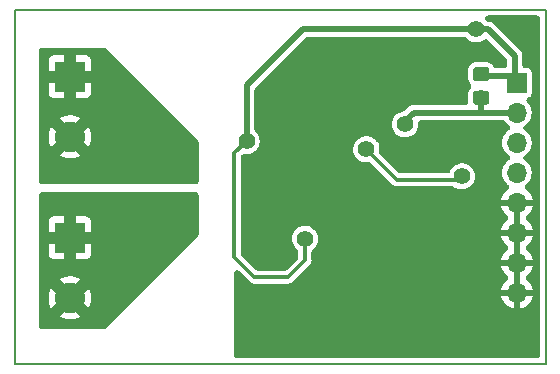
<source format=gbl>
G04 #@! TF.GenerationSoftware,KiCad,Pcbnew,(6.0.6)*
G04 #@! TF.CreationDate,2023-11-23T12:30:35+01:00*
G04 #@! TF.ProjectId,current-sensor-acs712,63757272-656e-4742-9d73-656e736f722d,rev?*
G04 #@! TF.SameCoordinates,Original*
G04 #@! TF.FileFunction,Copper,L2,Bot*
G04 #@! TF.FilePolarity,Positive*
%FSLAX46Y46*%
G04 Gerber Fmt 4.6, Leading zero omitted, Abs format (unit mm)*
G04 Created by KiCad (PCBNEW (6.0.6)) date 2023-11-23 12:30:35*
%MOMM*%
%LPD*%
G01*
G04 APERTURE LIST*
G04 #@! TA.AperFunction,NonConductor*
%ADD10C,0.200000*%
G04 #@! TD*
G04 #@! TA.AperFunction,ComponentPad*
%ADD11R,2.600000X2.600000*%
G04 #@! TD*
G04 #@! TA.AperFunction,ComponentPad*
%ADD12C,2.600000*%
G04 #@! TD*
G04 #@! TA.AperFunction,ComponentPad*
%ADD13R,1.700000X1.700000*%
G04 #@! TD*
G04 #@! TA.AperFunction,ComponentPad*
%ADD14O,1.700000X1.700000*%
G04 #@! TD*
G04 #@! TA.AperFunction,ViaPad*
%ADD15C,1.400000*%
G04 #@! TD*
G04 #@! TA.AperFunction,Conductor*
%ADD16C,0.500000*%
G04 #@! TD*
G04 #@! TA.AperFunction,Conductor*
%ADD17C,0.300000*%
G04 #@! TD*
G04 APERTURE END LIST*
D10*
X72510000Y-41080000D02*
X117510000Y-41080000D01*
X72510000Y-71080000D02*
X72510000Y-41080000D01*
X117510000Y-71080000D02*
X72510000Y-71080000D01*
X117510000Y-41080000D02*
X117510000Y-71080000D01*
D11*
X77200000Y-60400000D03*
D12*
X77200000Y-65480000D03*
D13*
X115040000Y-47280000D03*
D14*
X115040000Y-49820000D03*
X115040000Y-52360000D03*
X115040000Y-54900000D03*
X115040000Y-57440000D03*
X115040000Y-59980000D03*
X115040000Y-62520000D03*
X115040000Y-65060000D03*
D11*
X77200000Y-46760000D03*
D12*
X77200000Y-51840000D03*
G04 #@! TA.AperFunction,SMDPad,CuDef*
G36*
G01*
X112470000Y-49150000D02*
X111570000Y-49150000D01*
G75*
G02*
X111320000Y-48900000I0J250000D01*
G01*
X111320000Y-48200000D01*
G75*
G02*
X111570000Y-47950000I250000J0D01*
G01*
X112470000Y-47950000D01*
G75*
G02*
X112720000Y-48200000I0J-250000D01*
G01*
X112720000Y-48900000D01*
G75*
G02*
X112470000Y-49150000I-250000J0D01*
G01*
G37*
G04 #@! TD.AperFunction*
G04 #@! TA.AperFunction,SMDPad,CuDef*
G36*
G01*
X112470000Y-47150000D02*
X111570000Y-47150000D01*
G75*
G02*
X111320000Y-46900000I0J250000D01*
G01*
X111320000Y-46200000D01*
G75*
G02*
X111570000Y-45950000I250000J0D01*
G01*
X112470000Y-45950000D01*
G75*
G02*
X112720000Y-46200000I0J-250000D01*
G01*
X112720000Y-46900000D01*
G75*
G02*
X112470000Y-47150000I-250000J0D01*
G01*
G37*
G04 #@! TD.AperFunction*
D15*
X92162500Y-52200000D03*
X97100000Y-60500000D03*
X111610000Y-42750000D03*
X107575000Y-52900000D03*
X100650000Y-60900000D03*
X94250000Y-52175000D03*
X100250000Y-50825000D03*
X92525000Y-60575000D03*
X97100000Y-56600000D03*
X112020000Y-48550000D03*
X105562500Y-50800000D03*
X83790000Y-54830000D03*
X83780000Y-51630000D03*
X83780000Y-53230000D03*
X83790000Y-57550000D03*
X83790000Y-59150000D03*
X83790000Y-60750000D03*
X110400000Y-55200000D03*
X102300000Y-52900000D03*
D16*
X114250000Y-46700000D02*
X114850000Y-47300000D01*
D17*
X91100000Y-62000000D02*
X91100000Y-53262500D01*
D16*
X92162500Y-52200000D02*
X92162500Y-47507500D01*
D17*
X97100000Y-62325000D02*
X95700000Y-63725000D01*
D16*
X112510000Y-46700000D02*
X114250000Y-46700000D01*
D17*
X97100000Y-60500000D02*
X97100000Y-62325000D01*
D16*
X92162500Y-47507500D02*
X96920000Y-42750000D01*
D17*
X91100000Y-53262500D02*
X92162500Y-52200000D01*
X92825000Y-63725000D02*
X91100000Y-62000000D01*
D16*
X114850000Y-44980000D02*
X114850000Y-47650000D01*
X112020000Y-46210000D02*
X112510000Y-46700000D01*
D17*
X95700000Y-63725000D02*
X92825000Y-63725000D01*
D16*
X112620000Y-42750000D02*
X114850000Y-44980000D01*
X96920000Y-42750000D02*
X111610000Y-42750000D01*
X111610000Y-42750000D02*
X112620000Y-42750000D01*
X115160000Y-49800000D02*
X112100000Y-49800000D01*
X105562500Y-50537500D02*
X105562500Y-50800000D01*
X112100000Y-49800000D02*
X106300000Y-49800000D01*
X112020000Y-48550000D02*
X112020000Y-49720000D01*
X112020000Y-49720000D02*
X112100000Y-49800000D01*
X106300000Y-49800000D02*
X105562500Y-50537500D01*
D17*
X102300000Y-52900000D02*
X104900000Y-55500000D01*
X110100000Y-55500000D02*
X110400000Y-55200000D01*
X104900000Y-55500000D02*
X110100000Y-55500000D01*
G04 #@! TA.AperFunction,Conductor*
G36*
X87938819Y-56539258D02*
G01*
X88020898Y-56594102D01*
X88075742Y-56676181D01*
X88095000Y-56773000D01*
X88095000Y-60105204D01*
X88075742Y-60202023D01*
X88020898Y-60284102D01*
X80269102Y-68035898D01*
X80187023Y-68090742D01*
X80090204Y-68110000D01*
X74848000Y-68110000D01*
X74751181Y-68090742D01*
X74669102Y-68035898D01*
X74614258Y-67953819D01*
X74595000Y-67857000D01*
X74595000Y-67066398D01*
X76337869Y-67066398D01*
X76338859Y-67067880D01*
X76348908Y-67075282D01*
X76468737Y-67138326D01*
X76485896Y-67145787D01*
X76721889Y-67228199D01*
X76739960Y-67233041D01*
X76985526Y-67279663D01*
X77004141Y-67281784D01*
X77253892Y-67291597D01*
X77272611Y-67290944D01*
X77521079Y-67263731D01*
X77539475Y-67260322D01*
X77781209Y-67196679D01*
X77798899Y-67190587D01*
X78028553Y-67091921D01*
X78045171Y-67083270D01*
X78048491Y-67081215D01*
X78063990Y-67066762D01*
X78061777Y-67060842D01*
X78059326Y-67057747D01*
X77217618Y-66216038D01*
X77200000Y-66204266D01*
X77182381Y-66216039D01*
X76349642Y-67048779D01*
X76337869Y-67066398D01*
X74595000Y-67066398D01*
X74595000Y-65441909D01*
X75388001Y-65441909D01*
X75399994Y-65691590D01*
X75402274Y-65710155D01*
X75451040Y-65955318D01*
X75456043Y-65973357D01*
X75540507Y-66208610D01*
X75548121Y-66225711D01*
X75601948Y-66325888D01*
X75615426Y-66342238D01*
X75617678Y-66341550D01*
X75626839Y-66334740D01*
X76463962Y-65497618D01*
X76475734Y-65480000D01*
X77924266Y-65480000D01*
X77936039Y-65497619D01*
X78771896Y-66333475D01*
X78789515Y-66345248D01*
X78794193Y-66342122D01*
X78797217Y-66336552D01*
X78899871Y-66108668D01*
X78906277Y-66091069D01*
X78974125Y-65850500D01*
X78977856Y-65832157D01*
X79009783Y-65581197D01*
X79010751Y-65568532D01*
X79012904Y-65486350D01*
X79012599Y-65473665D01*
X78993851Y-65221380D01*
X78991081Y-65202847D01*
X78935919Y-64959066D01*
X78930445Y-64941162D01*
X78839855Y-64708209D01*
X78831788Y-64691297D01*
X78798814Y-64633604D01*
X78784913Y-64617612D01*
X78781065Y-64618899D01*
X78774529Y-64623892D01*
X77936038Y-65462382D01*
X77924266Y-65480000D01*
X76475734Y-65480000D01*
X76463961Y-65462381D01*
X75630078Y-64628499D01*
X75612459Y-64616726D01*
X75607673Y-64619924D01*
X75604576Y-64623871D01*
X75589415Y-64648855D01*
X75580912Y-64665541D01*
X75484254Y-64896044D01*
X75478312Y-64913804D01*
X75416785Y-65156068D01*
X75413534Y-65174504D01*
X75388491Y-65423203D01*
X75388001Y-65441909D01*
X74595000Y-65441909D01*
X74595000Y-63892244D01*
X76334960Y-63892244D01*
X76344840Y-63906419D01*
X77182382Y-64743962D01*
X77200000Y-64755734D01*
X77217619Y-64743961D01*
X78051397Y-63910182D01*
X78063170Y-63892563D01*
X78063129Y-63892502D01*
X78050408Y-63883387D01*
X77887611Y-63803105D01*
X77870245Y-63796088D01*
X77632200Y-63719889D01*
X77613981Y-63715515D01*
X77367280Y-63675337D01*
X77348635Y-63673706D01*
X77098703Y-63670435D01*
X77080014Y-63671578D01*
X76832342Y-63705284D01*
X76814035Y-63709175D01*
X76574059Y-63779122D01*
X76556528Y-63785677D01*
X76351620Y-63880139D01*
X76334960Y-63892244D01*
X74595000Y-63892244D01*
X74595000Y-61741245D01*
X75392001Y-61741245D01*
X75392740Y-61754888D01*
X75397035Y-61794436D01*
X75404318Y-61825064D01*
X75443501Y-61929585D01*
X75460637Y-61960885D01*
X75526285Y-62048479D01*
X75551521Y-62073715D01*
X75639115Y-62139363D01*
X75670415Y-62156499D01*
X75774936Y-62195682D01*
X75805566Y-62202966D01*
X75845095Y-62207260D01*
X75858764Y-62208000D01*
X76667082Y-62208000D01*
X76687866Y-62203866D01*
X76692000Y-62183082D01*
X76692000Y-62183081D01*
X77708000Y-62183081D01*
X77712134Y-62203865D01*
X77732918Y-62207999D01*
X78541245Y-62207999D01*
X78554888Y-62207260D01*
X78594436Y-62202965D01*
X78625064Y-62195682D01*
X78729585Y-62156499D01*
X78760885Y-62139363D01*
X78848479Y-62073715D01*
X78873715Y-62048479D01*
X78939363Y-61960885D01*
X78956499Y-61929585D01*
X78995682Y-61825064D01*
X79002966Y-61794434D01*
X79007260Y-61754905D01*
X79008000Y-61741236D01*
X79008000Y-60932918D01*
X79003866Y-60912134D01*
X78983082Y-60908000D01*
X77732918Y-60908000D01*
X77712134Y-60912134D01*
X77708000Y-60932918D01*
X77708000Y-62183081D01*
X76692000Y-62183081D01*
X76692000Y-60932918D01*
X76687866Y-60912134D01*
X76667082Y-60908000D01*
X75416919Y-60908000D01*
X75396135Y-60912134D01*
X75392001Y-60932918D01*
X75392001Y-61741245D01*
X74595000Y-61741245D01*
X74595000Y-59867082D01*
X75392000Y-59867082D01*
X75396134Y-59887866D01*
X75416918Y-59892000D01*
X76667082Y-59892000D01*
X76687866Y-59887866D01*
X76692000Y-59867082D01*
X77708000Y-59867082D01*
X77712134Y-59887866D01*
X77732918Y-59892000D01*
X78983081Y-59892000D01*
X79003865Y-59887866D01*
X79007999Y-59867082D01*
X79007999Y-59058755D01*
X79007260Y-59045112D01*
X79002965Y-59005564D01*
X78995682Y-58974936D01*
X78956499Y-58870415D01*
X78939363Y-58839115D01*
X78873715Y-58751521D01*
X78848479Y-58726285D01*
X78760885Y-58660637D01*
X78729585Y-58643501D01*
X78625064Y-58604318D01*
X78594434Y-58597034D01*
X78554905Y-58592740D01*
X78541236Y-58592000D01*
X77732918Y-58592000D01*
X77712134Y-58596134D01*
X77708000Y-58616918D01*
X77708000Y-59867082D01*
X76692000Y-59867082D01*
X76692000Y-58616919D01*
X76687866Y-58596135D01*
X76667082Y-58592001D01*
X75858755Y-58592001D01*
X75845112Y-58592740D01*
X75805564Y-58597035D01*
X75774936Y-58604318D01*
X75670415Y-58643501D01*
X75639115Y-58660637D01*
X75551521Y-58726285D01*
X75526285Y-58751521D01*
X75460637Y-58839115D01*
X75443501Y-58870415D01*
X75404318Y-58974936D01*
X75397034Y-59005566D01*
X75392740Y-59045095D01*
X75392000Y-59058764D01*
X75392000Y-59867082D01*
X74595000Y-59867082D01*
X74595000Y-56773000D01*
X74614258Y-56676181D01*
X74669102Y-56594102D01*
X74751181Y-56539258D01*
X74848000Y-56520000D01*
X87842000Y-56520000D01*
X87938819Y-56539258D01*
G37*
G04 #@! TD.AperFunction*
G04 #@! TA.AperFunction,Conductor*
G36*
X80192023Y-44319258D02*
G01*
X80274102Y-44374102D01*
X88025898Y-52125898D01*
X88080742Y-52207977D01*
X88100000Y-52304796D01*
X88100000Y-55607000D01*
X88080742Y-55703819D01*
X88025898Y-55785898D01*
X87943819Y-55840742D01*
X87847000Y-55860000D01*
X74853000Y-55860000D01*
X74756181Y-55840742D01*
X74674102Y-55785898D01*
X74619258Y-55703819D01*
X74600000Y-55607000D01*
X74600000Y-53426398D01*
X76337869Y-53426398D01*
X76338859Y-53427880D01*
X76348908Y-53435282D01*
X76468737Y-53498326D01*
X76485896Y-53505787D01*
X76721889Y-53588199D01*
X76739960Y-53593041D01*
X76985526Y-53639663D01*
X77004141Y-53641784D01*
X77253892Y-53651597D01*
X77272611Y-53650944D01*
X77521079Y-53623731D01*
X77539475Y-53620322D01*
X77781209Y-53556679D01*
X77798899Y-53550587D01*
X78028553Y-53451921D01*
X78045171Y-53443270D01*
X78048491Y-53441215D01*
X78063990Y-53426762D01*
X78061777Y-53420842D01*
X78059326Y-53417747D01*
X77217618Y-52576038D01*
X77200000Y-52564266D01*
X77182381Y-52576039D01*
X76349642Y-53408779D01*
X76337869Y-53426398D01*
X74600000Y-53426398D01*
X74600000Y-51801909D01*
X75388001Y-51801909D01*
X75399994Y-52051590D01*
X75402274Y-52070155D01*
X75451040Y-52315318D01*
X75456043Y-52333357D01*
X75540507Y-52568610D01*
X75548121Y-52585711D01*
X75601948Y-52685888D01*
X75615426Y-52702238D01*
X75617678Y-52701550D01*
X75626839Y-52694740D01*
X76463962Y-51857618D01*
X76475734Y-51840000D01*
X77924266Y-51840000D01*
X77936039Y-51857619D01*
X78771896Y-52693475D01*
X78789515Y-52705248D01*
X78794193Y-52702122D01*
X78797217Y-52696552D01*
X78899871Y-52468668D01*
X78906277Y-52451069D01*
X78974125Y-52210500D01*
X78977856Y-52192157D01*
X79009783Y-51941197D01*
X79010751Y-51928532D01*
X79012904Y-51846350D01*
X79012599Y-51833665D01*
X78993851Y-51581380D01*
X78991081Y-51562847D01*
X78935919Y-51319066D01*
X78930445Y-51301162D01*
X78839855Y-51068209D01*
X78831788Y-51051297D01*
X78798814Y-50993604D01*
X78784913Y-50977612D01*
X78781065Y-50978899D01*
X78774529Y-50983892D01*
X77936038Y-51822382D01*
X77924266Y-51840000D01*
X76475734Y-51840000D01*
X76463961Y-51822381D01*
X75630078Y-50988499D01*
X75612459Y-50976726D01*
X75607673Y-50979924D01*
X75604576Y-50983871D01*
X75589415Y-51008855D01*
X75580912Y-51025541D01*
X75484254Y-51256044D01*
X75478312Y-51273804D01*
X75416785Y-51516068D01*
X75413534Y-51534504D01*
X75388491Y-51783203D01*
X75388001Y-51801909D01*
X74600000Y-51801909D01*
X74600000Y-50252244D01*
X76334960Y-50252244D01*
X76344840Y-50266419D01*
X77182382Y-51103962D01*
X77200000Y-51115734D01*
X77217619Y-51103961D01*
X78051397Y-50270182D01*
X78063170Y-50252563D01*
X78063129Y-50252502D01*
X78050408Y-50243387D01*
X77887611Y-50163105D01*
X77870245Y-50156088D01*
X77632200Y-50079889D01*
X77613981Y-50075515D01*
X77367280Y-50035337D01*
X77348635Y-50033706D01*
X77098703Y-50030435D01*
X77080014Y-50031578D01*
X76832342Y-50065284D01*
X76814035Y-50069175D01*
X76574059Y-50139122D01*
X76556528Y-50145677D01*
X76351620Y-50240139D01*
X76334960Y-50252244D01*
X74600000Y-50252244D01*
X74600000Y-48101245D01*
X75392001Y-48101245D01*
X75392740Y-48114888D01*
X75397035Y-48154436D01*
X75404318Y-48185064D01*
X75443501Y-48289585D01*
X75460637Y-48320885D01*
X75526285Y-48408479D01*
X75551521Y-48433715D01*
X75639115Y-48499363D01*
X75670415Y-48516499D01*
X75774936Y-48555682D01*
X75805566Y-48562966D01*
X75845095Y-48567260D01*
X75858764Y-48568000D01*
X76667082Y-48568000D01*
X76687866Y-48563866D01*
X76692000Y-48543082D01*
X76692000Y-48543081D01*
X77708000Y-48543081D01*
X77712134Y-48563865D01*
X77732918Y-48567999D01*
X78541245Y-48567999D01*
X78554888Y-48567260D01*
X78594436Y-48562965D01*
X78625064Y-48555682D01*
X78729585Y-48516499D01*
X78760885Y-48499363D01*
X78848479Y-48433715D01*
X78873715Y-48408479D01*
X78939363Y-48320885D01*
X78956499Y-48289585D01*
X78995682Y-48185064D01*
X79002966Y-48154434D01*
X79007260Y-48114905D01*
X79008000Y-48101236D01*
X79008000Y-47292918D01*
X79003866Y-47272134D01*
X78983082Y-47268000D01*
X77732918Y-47268000D01*
X77712134Y-47272134D01*
X77708000Y-47292918D01*
X77708000Y-48543081D01*
X76692000Y-48543081D01*
X76692000Y-47292918D01*
X76687866Y-47272134D01*
X76667082Y-47268000D01*
X75416919Y-47268000D01*
X75396135Y-47272134D01*
X75392001Y-47292918D01*
X75392001Y-48101245D01*
X74600000Y-48101245D01*
X74600000Y-46227082D01*
X75392000Y-46227082D01*
X75396134Y-46247866D01*
X75416918Y-46252000D01*
X76667082Y-46252000D01*
X76687866Y-46247866D01*
X76692000Y-46227082D01*
X77708000Y-46227082D01*
X77712134Y-46247866D01*
X77732918Y-46252000D01*
X78983081Y-46252000D01*
X79003865Y-46247866D01*
X79007999Y-46227082D01*
X79007999Y-45418755D01*
X79007260Y-45405112D01*
X79002965Y-45365564D01*
X78995682Y-45334936D01*
X78956499Y-45230415D01*
X78939363Y-45199115D01*
X78873715Y-45111521D01*
X78848479Y-45086285D01*
X78760885Y-45020637D01*
X78729585Y-45003501D01*
X78625064Y-44964318D01*
X78594434Y-44957034D01*
X78554905Y-44952740D01*
X78541236Y-44952000D01*
X77732918Y-44952000D01*
X77712134Y-44956134D01*
X77708000Y-44976918D01*
X77708000Y-46227082D01*
X76692000Y-46227082D01*
X76692000Y-44976919D01*
X76687866Y-44956135D01*
X76667082Y-44952001D01*
X75858755Y-44952001D01*
X75845112Y-44952740D01*
X75805564Y-44957035D01*
X75774936Y-44964318D01*
X75670415Y-45003501D01*
X75639115Y-45020637D01*
X75551521Y-45086285D01*
X75526285Y-45111521D01*
X75460637Y-45199115D01*
X75443501Y-45230415D01*
X75404318Y-45334936D01*
X75397034Y-45365566D01*
X75392740Y-45405095D01*
X75392000Y-45418764D01*
X75392000Y-46227082D01*
X74600000Y-46227082D01*
X74600000Y-44553000D01*
X74619258Y-44456181D01*
X74674102Y-44374102D01*
X74756181Y-44319258D01*
X74853000Y-44300000D01*
X80095204Y-44300000D01*
X80192023Y-44319258D01*
G37*
G04 #@! TD.AperFunction*
G04 #@! TA.AperFunction,Conductor*
G36*
X116843319Y-41599758D02*
G01*
X116925398Y-41654602D01*
X116980242Y-41736681D01*
X116999500Y-41833500D01*
X116999500Y-70316500D01*
X116980242Y-70413319D01*
X116925398Y-70495398D01*
X116843319Y-70550242D01*
X116746500Y-70569500D01*
X91353000Y-70569500D01*
X91256181Y-70550242D01*
X91174102Y-70495398D01*
X91119258Y-70413319D01*
X91100000Y-70316500D01*
X91100000Y-65324943D01*
X113707890Y-65324943D01*
X113708196Y-65327694D01*
X113737418Y-65457359D01*
X113743608Y-65477110D01*
X113819808Y-65664772D01*
X113829138Y-65683241D01*
X113934965Y-65855936D01*
X113947190Y-65872639D01*
X114079802Y-66025730D01*
X114094594Y-66040215D01*
X114250424Y-66169588D01*
X114267378Y-66181459D01*
X114442258Y-66283651D01*
X114460912Y-66292588D01*
X114650135Y-66364845D01*
X114670003Y-66370617D01*
X114761580Y-66389249D01*
X114782774Y-66389341D01*
X114785982Y-66381690D01*
X114786000Y-66381512D01*
X114786000Y-66371714D01*
X115294000Y-66371714D01*
X115298134Y-66392498D01*
X115309157Y-66394690D01*
X115313015Y-66394196D01*
X115333255Y-66389894D01*
X115527253Y-66331691D01*
X115546525Y-66324139D01*
X115728413Y-66235033D01*
X115746190Y-66224436D01*
X115911079Y-66106822D01*
X115926896Y-66093456D01*
X116070361Y-65950490D01*
X116083769Y-65934735D01*
X116201963Y-65770250D01*
X116212622Y-65752511D01*
X116302363Y-65570935D01*
X116309982Y-65551692D01*
X116368861Y-65357901D01*
X116373079Y-65338392D01*
X116371713Y-65317559D01*
X116361228Y-65314000D01*
X115318918Y-65314000D01*
X115298134Y-65318134D01*
X115294000Y-65338918D01*
X115294000Y-66371714D01*
X114786000Y-66371714D01*
X114786000Y-65338918D01*
X114781866Y-65318134D01*
X114761082Y-65314000D01*
X113730028Y-65314000D01*
X113709244Y-65318134D01*
X113707890Y-65324943D01*
X91100000Y-65324943D01*
X91100000Y-64792092D01*
X113704969Y-64792092D01*
X113705889Y-64802329D01*
X113717633Y-64806000D01*
X114761082Y-64806000D01*
X114781866Y-64801866D01*
X114786000Y-64781082D01*
X115294000Y-64781082D01*
X115298134Y-64801866D01*
X115318918Y-64806000D01*
X116351541Y-64806000D01*
X116372325Y-64801866D01*
X116373370Y-64796611D01*
X116372662Y-64790882D01*
X116332485Y-64630936D01*
X116325813Y-64611338D01*
X116245053Y-64425601D01*
X116235272Y-64407359D01*
X116125259Y-64237304D01*
X116112624Y-64220898D01*
X115976322Y-64071105D01*
X115961177Y-64056981D01*
X115875734Y-63989502D01*
X115811689Y-63914382D01*
X115781266Y-63820471D01*
X115789097Y-63722066D01*
X115833989Y-63634149D01*
X115885621Y-63584981D01*
X115911080Y-63566822D01*
X115926896Y-63553456D01*
X116070361Y-63410490D01*
X116083769Y-63394735D01*
X116201963Y-63230250D01*
X116212622Y-63212511D01*
X116302363Y-63030935D01*
X116309982Y-63011692D01*
X116368861Y-62817901D01*
X116373079Y-62798392D01*
X116371713Y-62777559D01*
X116361228Y-62774000D01*
X115318918Y-62774000D01*
X115298134Y-62778134D01*
X115294000Y-62798918D01*
X115294000Y-64781082D01*
X114786000Y-64781082D01*
X114786000Y-62798918D01*
X114781866Y-62778134D01*
X114761082Y-62774000D01*
X113730028Y-62774000D01*
X113709244Y-62778134D01*
X113707890Y-62784943D01*
X113708196Y-62787694D01*
X113737418Y-62917359D01*
X113743608Y-62937110D01*
X113819808Y-63124772D01*
X113829138Y-63143241D01*
X113934965Y-63315936D01*
X113947190Y-63332639D01*
X114079802Y-63485730D01*
X114094587Y-63500208D01*
X114209495Y-63595606D01*
X114271686Y-63672269D01*
X114299805Y-63766895D01*
X114289573Y-63865078D01*
X114242546Y-63951873D01*
X114199793Y-63992585D01*
X114143608Y-64034770D01*
X114128122Y-64048519D01*
X113988192Y-64194948D01*
X113975168Y-64211031D01*
X113861030Y-64378351D01*
X113850807Y-64396347D01*
X113765532Y-64580057D01*
X113758383Y-64599487D01*
X113704969Y-64792092D01*
X91100000Y-64792092D01*
X91100000Y-63389321D01*
X91119258Y-63292502D01*
X91174102Y-63210423D01*
X91256181Y-63155579D01*
X91353000Y-63136321D01*
X91449819Y-63155579D01*
X91531898Y-63210423D01*
X92423255Y-64101780D01*
X92430589Y-64109428D01*
X92446333Y-64126549D01*
X92470799Y-64153156D01*
X92485458Y-64162245D01*
X92502695Y-64172933D01*
X92522336Y-64186432D01*
X92552216Y-64209112D01*
X92568261Y-64215465D01*
X92576109Y-64219887D01*
X92584325Y-64223545D01*
X92598986Y-64232635D01*
X92615546Y-64237446D01*
X92615550Y-64237448D01*
X92635022Y-64243105D01*
X92657572Y-64250825D01*
X92676415Y-64258286D01*
X92676420Y-64258287D01*
X92692453Y-64264635D01*
X92709608Y-64266438D01*
X92720448Y-64269100D01*
X92731090Y-64271015D01*
X92743825Y-64274715D01*
X92754515Y-64275500D01*
X92782566Y-64275500D01*
X92809011Y-64276886D01*
X92842454Y-64280401D01*
X92859458Y-64277525D01*
X92874007Y-64277068D01*
X92892675Y-64275500D01*
X95682338Y-64275500D01*
X95692931Y-64275722D01*
X95699544Y-64275999D01*
X95735061Y-64277488D01*
X95735063Y-64277488D01*
X95752294Y-64278210D01*
X95779546Y-64271818D01*
X95788828Y-64269641D01*
X95812260Y-64265298D01*
X95832342Y-64262547D01*
X95849432Y-64260206D01*
X95865265Y-64253354D01*
X95873944Y-64250931D01*
X95882346Y-64247706D01*
X95899136Y-64243768D01*
X95914247Y-64235461D01*
X95914249Y-64235460D01*
X95932020Y-64225690D01*
X95953426Y-64215204D01*
X95972024Y-64207156D01*
X95972026Y-64207155D01*
X95987855Y-64200305D01*
X96001259Y-64189451D01*
X96010802Y-64183672D01*
X96019691Y-64177493D01*
X96031308Y-64171107D01*
X96039422Y-64164103D01*
X96059256Y-64144269D01*
X96078927Y-64126557D01*
X96105070Y-64105386D01*
X96115058Y-64091331D01*
X96125020Y-64080723D01*
X96137117Y-64066408D01*
X97476767Y-62726757D01*
X97484415Y-62719423D01*
X97515459Y-62690877D01*
X97515461Y-62690875D01*
X97528156Y-62679201D01*
X97547931Y-62647307D01*
X97561422Y-62627676D01*
X97584112Y-62597783D01*
X97590462Y-62581744D01*
X97594887Y-62573891D01*
X97598546Y-62565673D01*
X97607635Y-62551014D01*
X97618106Y-62514974D01*
X97625823Y-62492435D01*
X97633287Y-62473583D01*
X97633287Y-62473581D01*
X97639636Y-62457547D01*
X97641439Y-62440399D01*
X97644097Y-62429576D01*
X97646017Y-62418903D01*
X97649715Y-62406175D01*
X97650500Y-62395485D01*
X97650500Y-62367435D01*
X97651886Y-62340990D01*
X97652051Y-62339422D01*
X97655401Y-62307546D01*
X97652525Y-62290542D01*
X97652068Y-62275993D01*
X97650500Y-62257325D01*
X97650500Y-62252092D01*
X113704969Y-62252092D01*
X113705889Y-62262329D01*
X113717633Y-62266000D01*
X114761082Y-62266000D01*
X114781866Y-62261866D01*
X114786000Y-62241082D01*
X115294000Y-62241082D01*
X115298134Y-62261866D01*
X115318918Y-62266000D01*
X116351541Y-62266000D01*
X116372325Y-62261866D01*
X116373370Y-62256611D01*
X116372662Y-62250882D01*
X116332485Y-62090936D01*
X116325813Y-62071338D01*
X116245053Y-61885601D01*
X116235272Y-61867359D01*
X116125259Y-61697304D01*
X116112624Y-61680898D01*
X115976322Y-61531105D01*
X115961177Y-61516981D01*
X115875734Y-61449502D01*
X115811689Y-61374382D01*
X115781266Y-61280471D01*
X115789097Y-61182066D01*
X115833989Y-61094149D01*
X115885621Y-61044981D01*
X115911080Y-61026822D01*
X115926896Y-61013456D01*
X116070361Y-60870490D01*
X116083769Y-60854735D01*
X116201963Y-60690250D01*
X116212622Y-60672511D01*
X116302363Y-60490935D01*
X116309982Y-60471692D01*
X116368861Y-60277901D01*
X116373079Y-60258392D01*
X116371713Y-60237559D01*
X116361228Y-60234000D01*
X115318918Y-60234000D01*
X115298134Y-60238134D01*
X115294000Y-60258918D01*
X115294000Y-62241082D01*
X114786000Y-62241082D01*
X114786000Y-60258918D01*
X114781866Y-60238134D01*
X114761082Y-60234000D01*
X113730028Y-60234000D01*
X113709244Y-60238134D01*
X113707890Y-60244943D01*
X113708196Y-60247694D01*
X113737418Y-60377359D01*
X113743608Y-60397110D01*
X113819808Y-60584772D01*
X113829138Y-60603241D01*
X113934965Y-60775936D01*
X113947190Y-60792639D01*
X114079802Y-60945730D01*
X114094587Y-60960208D01*
X114209495Y-61055606D01*
X114271686Y-61132269D01*
X114299805Y-61226895D01*
X114289573Y-61325078D01*
X114242546Y-61411873D01*
X114199793Y-61452585D01*
X114143608Y-61494770D01*
X114128122Y-61508519D01*
X113988192Y-61654948D01*
X113975168Y-61671031D01*
X113861030Y-61838351D01*
X113850807Y-61856347D01*
X113765532Y-62040057D01*
X113758383Y-62059487D01*
X113704969Y-62252092D01*
X97650500Y-62252092D01*
X97650500Y-61592280D01*
X97669758Y-61495461D01*
X97724602Y-61413382D01*
X97741721Y-61397764D01*
X97872587Y-61288923D01*
X97872593Y-61288917D01*
X97881505Y-61281505D01*
X98010837Y-61126001D01*
X98109664Y-60949531D01*
X98174678Y-60758007D01*
X98187074Y-60672511D01*
X98202631Y-60565218D01*
X98202632Y-60565210D01*
X98203700Y-60557842D01*
X98205215Y-60500000D01*
X98186708Y-60298591D01*
X98169658Y-60238134D01*
X98134957Y-60115095D01*
X98131807Y-60103926D01*
X98042351Y-59922527D01*
X98031739Y-59908315D01*
X97928278Y-59769765D01*
X97921335Y-59760467D01*
X97912814Y-59752590D01*
X97869004Y-59712092D01*
X113704969Y-59712092D01*
X113705889Y-59722329D01*
X113717633Y-59726000D01*
X114761082Y-59726000D01*
X114781866Y-59721866D01*
X114786000Y-59701082D01*
X115294000Y-59701082D01*
X115298134Y-59721866D01*
X115318918Y-59726000D01*
X116351541Y-59726000D01*
X116372325Y-59721866D01*
X116373370Y-59716611D01*
X116372662Y-59710882D01*
X116332485Y-59550936D01*
X116325813Y-59531338D01*
X116245053Y-59345601D01*
X116235272Y-59327359D01*
X116125259Y-59157304D01*
X116112624Y-59140898D01*
X115976322Y-58991105D01*
X115961177Y-58976981D01*
X115875734Y-58909502D01*
X115811689Y-58834382D01*
X115781266Y-58740471D01*
X115789097Y-58642066D01*
X115833989Y-58554149D01*
X115885621Y-58504981D01*
X115911080Y-58486822D01*
X115926896Y-58473456D01*
X116070361Y-58330490D01*
X116083769Y-58314735D01*
X116201963Y-58150250D01*
X116212622Y-58132511D01*
X116302363Y-57950935D01*
X116309982Y-57931692D01*
X116368861Y-57737901D01*
X116373079Y-57718392D01*
X116371713Y-57697559D01*
X116361228Y-57694000D01*
X115318918Y-57694000D01*
X115298134Y-57698134D01*
X115294000Y-57718918D01*
X115294000Y-59701082D01*
X114786000Y-59701082D01*
X114786000Y-57718918D01*
X114781866Y-57698134D01*
X114761082Y-57694000D01*
X113730028Y-57694000D01*
X113709244Y-57698134D01*
X113707890Y-57704943D01*
X113708196Y-57707694D01*
X113737418Y-57837359D01*
X113743608Y-57857110D01*
X113819808Y-58044772D01*
X113829138Y-58063241D01*
X113934965Y-58235936D01*
X113947190Y-58252639D01*
X114079802Y-58405730D01*
X114094587Y-58420208D01*
X114209495Y-58515606D01*
X114271686Y-58592269D01*
X114299805Y-58686895D01*
X114289573Y-58785078D01*
X114242546Y-58871873D01*
X114199793Y-58912585D01*
X114143608Y-58954770D01*
X114128122Y-58968519D01*
X113988192Y-59114948D01*
X113975168Y-59131031D01*
X113861030Y-59298351D01*
X113850807Y-59316347D01*
X113765532Y-59500057D01*
X113758383Y-59519487D01*
X113704969Y-59712092D01*
X97869004Y-59712092D01*
X97781334Y-59631051D01*
X97781330Y-59631048D01*
X97772812Y-59623174D01*
X97763002Y-59616984D01*
X97762999Y-59616982D01*
X97627261Y-59531338D01*
X97601757Y-59515246D01*
X97590984Y-59510948D01*
X97590980Y-59510946D01*
X97424669Y-59444595D01*
X97424667Y-59444594D01*
X97413898Y-59440298D01*
X97215526Y-59400839D01*
X97203932Y-59400687D01*
X97203930Y-59400687D01*
X97114406Y-59399515D01*
X97013286Y-59398192D01*
X97001864Y-59400155D01*
X97001859Y-59400155D01*
X96839581Y-59428040D01*
X96813949Y-59432444D01*
X96624193Y-59502449D01*
X96614223Y-59508381D01*
X96614222Y-59508381D01*
X96460340Y-59599931D01*
X96450371Y-59605862D01*
X96441651Y-59613510D01*
X96441650Y-59613510D01*
X96313380Y-59726000D01*
X96298305Y-59739220D01*
X96173089Y-59898057D01*
X96078914Y-60077053D01*
X96018937Y-60270213D01*
X96017574Y-60281730D01*
X96003918Y-60397110D01*
X95995164Y-60471069D01*
X96008392Y-60672894D01*
X96058178Y-60868928D01*
X96063032Y-60879457D01*
X96063033Y-60879460D01*
X96138000Y-61042075D01*
X96138003Y-61042080D01*
X96142856Y-61052607D01*
X96259588Y-61217780D01*
X96404466Y-61358913D01*
X96414101Y-61365351D01*
X96414106Y-61365355D01*
X96437061Y-61380693D01*
X96506863Y-61450496D01*
X96544639Y-61541698D01*
X96549500Y-61591054D01*
X96549500Y-61992179D01*
X96530242Y-62088998D01*
X96475398Y-62171077D01*
X95546078Y-63100398D01*
X95463999Y-63155241D01*
X95367180Y-63174500D01*
X93157820Y-63174500D01*
X93061001Y-63155242D01*
X92978922Y-63100398D01*
X91724602Y-61846078D01*
X91669758Y-61763999D01*
X91650500Y-61667180D01*
X91650500Y-53595321D01*
X91669758Y-53498502D01*
X91724602Y-53416423D01*
X91778527Y-53362498D01*
X91860606Y-53307654D01*
X91957425Y-53288396D01*
X91995299Y-53292626D01*
X91995423Y-53291686D01*
X92006929Y-53293201D01*
X92018240Y-53295760D01*
X92132871Y-53300264D01*
X92208755Y-53303245D01*
X92208757Y-53303245D01*
X92220342Y-53303700D01*
X92376870Y-53281005D01*
X92409031Y-53276342D01*
X92409032Y-53276342D01*
X92420507Y-53274678D01*
X92612031Y-53209664D01*
X92788501Y-53110837D01*
X92820606Y-53084136D01*
X92904755Y-53014149D01*
X92944005Y-52981505D01*
X93035855Y-52871069D01*
X101195164Y-52871069D01*
X101208392Y-53072894D01*
X101258178Y-53268928D01*
X101263032Y-53279457D01*
X101263033Y-53279460D01*
X101338000Y-53442075D01*
X101338003Y-53442080D01*
X101342856Y-53452607D01*
X101459588Y-53617780D01*
X101604466Y-53758913D01*
X101614107Y-53765355D01*
X101614112Y-53765359D01*
X101711378Y-53830350D01*
X101772637Y-53871282D01*
X101958470Y-53951122D01*
X101969779Y-53953681D01*
X102144430Y-53993201D01*
X102144432Y-53993201D01*
X102155740Y-53995760D01*
X102270371Y-54000264D01*
X102346255Y-54003245D01*
X102346257Y-54003245D01*
X102357842Y-54003700D01*
X102465807Y-53988046D01*
X102564385Y-53993213D01*
X102653484Y-54035711D01*
X102680999Y-54059524D01*
X103551716Y-54930240D01*
X104498243Y-55876767D01*
X104505577Y-55884415D01*
X104516235Y-55896005D01*
X104545799Y-55928156D01*
X104560456Y-55937243D01*
X104560460Y-55937247D01*
X104577693Y-55947932D01*
X104597337Y-55961432D01*
X104627216Y-55984112D01*
X104643256Y-55990463D01*
X104651104Y-55994885D01*
X104659326Y-55998546D01*
X104673986Y-56007635D01*
X104690546Y-56012446D01*
X104690550Y-56012448D01*
X104710022Y-56018105D01*
X104732572Y-56025825D01*
X104751415Y-56033286D01*
X104751420Y-56033287D01*
X104767453Y-56039635D01*
X104784608Y-56041438D01*
X104795448Y-56044100D01*
X104806090Y-56046015D01*
X104818825Y-56049715D01*
X104829515Y-56050500D01*
X104857566Y-56050500D01*
X104884011Y-56051886D01*
X104917454Y-56055401D01*
X104934458Y-56052525D01*
X104949007Y-56052068D01*
X104967675Y-56050500D01*
X109615128Y-56050500D01*
X109711947Y-56069758D01*
X109755687Y-56093138D01*
X109844021Y-56152161D01*
X109872637Y-56171282D01*
X110058470Y-56251122D01*
X110069779Y-56253681D01*
X110244430Y-56293201D01*
X110244432Y-56293201D01*
X110255740Y-56295760D01*
X110370371Y-56300264D01*
X110446255Y-56303245D01*
X110446257Y-56303245D01*
X110457842Y-56303700D01*
X110597366Y-56283470D01*
X110646531Y-56276342D01*
X110646532Y-56276342D01*
X110658007Y-56274678D01*
X110849531Y-56209664D01*
X111026001Y-56110837D01*
X111088433Y-56058913D01*
X111172593Y-55988917D01*
X111181505Y-55981505D01*
X111262254Y-55884415D01*
X111303426Y-55834912D01*
X111303427Y-55834910D01*
X111310837Y-55826001D01*
X111409664Y-55649531D01*
X111474678Y-55458007D01*
X111503700Y-55257842D01*
X111505215Y-55200000D01*
X111486708Y-54998591D01*
X111431807Y-54803926D01*
X111342351Y-54622527D01*
X111331739Y-54608315D01*
X111228278Y-54469765D01*
X111221335Y-54460467D01*
X111212814Y-54452590D01*
X111081334Y-54331051D01*
X111081330Y-54331048D01*
X111072812Y-54323174D01*
X111063002Y-54316984D01*
X111062999Y-54316982D01*
X110977945Y-54263317D01*
X110901757Y-54215246D01*
X110890984Y-54210948D01*
X110890980Y-54210946D01*
X110724669Y-54144595D01*
X110724667Y-54144594D01*
X110713898Y-54140298D01*
X110515526Y-54100839D01*
X110503932Y-54100687D01*
X110503930Y-54100687D01*
X110414406Y-54099515D01*
X110313286Y-54098192D01*
X110301864Y-54100155D01*
X110301859Y-54100155D01*
X110139581Y-54128040D01*
X110113949Y-54132444D01*
X109924193Y-54202449D01*
X109914223Y-54208381D01*
X109914222Y-54208381D01*
X109789861Y-54282368D01*
X109750371Y-54305862D01*
X109598305Y-54439220D01*
X109473089Y-54598057D01*
X109378914Y-54777053D01*
X109375473Y-54788134D01*
X109373327Y-54793316D01*
X109318485Y-54875395D01*
X109236406Y-54930240D01*
X109139584Y-54949500D01*
X105232821Y-54949500D01*
X105136002Y-54930242D01*
X105053923Y-54875398D01*
X103459530Y-53281005D01*
X103404686Y-53198926D01*
X103385428Y-53102107D01*
X103388045Y-53065813D01*
X103403700Y-52957842D01*
X103405215Y-52900000D01*
X103386708Y-52698591D01*
X103352692Y-52577977D01*
X103334957Y-52515095D01*
X103331807Y-52503926D01*
X103242351Y-52322527D01*
X103231739Y-52308315D01*
X103128278Y-52169765D01*
X103121335Y-52160467D01*
X103112814Y-52152590D01*
X102981334Y-52031051D01*
X102981330Y-52031048D01*
X102972812Y-52023174D01*
X102963002Y-52016984D01*
X102962999Y-52016982D01*
X102826202Y-51930670D01*
X102801757Y-51915246D01*
X102790984Y-51910948D01*
X102790980Y-51910946D01*
X102624669Y-51844595D01*
X102624667Y-51844594D01*
X102613898Y-51840298D01*
X102415526Y-51800839D01*
X102403932Y-51800687D01*
X102403930Y-51800687D01*
X102314406Y-51799516D01*
X102213286Y-51798192D01*
X102201864Y-51800155D01*
X102201859Y-51800155D01*
X102039581Y-51828040D01*
X102013949Y-51832444D01*
X101824193Y-51902449D01*
X101814223Y-51908381D01*
X101814222Y-51908381D01*
X101758826Y-51941338D01*
X101650371Y-52005862D01*
X101498305Y-52139220D01*
X101373089Y-52298057D01*
X101367692Y-52308315D01*
X101294973Y-52446531D01*
X101278914Y-52477053D01*
X101275475Y-52488129D01*
X101275474Y-52488131D01*
X101244264Y-52588646D01*
X101218937Y-52670213D01*
X101195164Y-52871069D01*
X93035855Y-52871069D01*
X93041328Y-52864488D01*
X93065926Y-52834912D01*
X93065927Y-52834910D01*
X93073337Y-52826001D01*
X93172164Y-52649531D01*
X93237178Y-52458007D01*
X93255313Y-52332931D01*
X93265131Y-52265218D01*
X93265132Y-52265210D01*
X93266200Y-52257842D01*
X93267715Y-52200000D01*
X93249208Y-51998591D01*
X93194307Y-51803926D01*
X93144746Y-51703426D01*
X93109982Y-51632931D01*
X93109980Y-51632928D01*
X93104851Y-51622527D01*
X93086579Y-51598057D01*
X92990778Y-51469765D01*
X92983835Y-51460467D01*
X92894263Y-51377668D01*
X92836240Y-51297807D01*
X92813195Y-51201819D01*
X92813000Y-51191885D01*
X92813000Y-47881742D01*
X92832258Y-47784923D01*
X92887102Y-47702844D01*
X97115344Y-43474602D01*
X97197423Y-43419758D01*
X97294242Y-43400500D01*
X110597662Y-43400500D01*
X110694481Y-43419758D01*
X110774202Y-43472275D01*
X110914466Y-43608913D01*
X110924107Y-43615355D01*
X110924112Y-43615359D01*
X110958316Y-43638213D01*
X111082637Y-43721282D01*
X111268470Y-43801122D01*
X111279779Y-43803681D01*
X111454430Y-43843201D01*
X111454432Y-43843201D01*
X111465740Y-43845760D01*
X111580371Y-43850264D01*
X111656255Y-43853245D01*
X111656257Y-43853245D01*
X111667842Y-43853700D01*
X111807366Y-43833470D01*
X111856531Y-43826342D01*
X111856532Y-43826342D01*
X111868007Y-43824678D01*
X112059531Y-43759664D01*
X112236001Y-43660837D01*
X112263204Y-43638213D01*
X112349956Y-43591108D01*
X112448130Y-43580788D01*
X112542781Y-43608823D01*
X112603883Y-43653829D01*
X114125398Y-45175344D01*
X114180242Y-45257423D01*
X114199500Y-45354242D01*
X114199500Y-45796500D01*
X114180242Y-45893319D01*
X114125398Y-45975398D01*
X114043319Y-46030242D01*
X113946500Y-46049500D01*
X113281046Y-46049500D01*
X113184227Y-46030242D01*
X113102148Y-45975398D01*
X113063278Y-45925287D01*
X113032545Y-45873319D01*
X112988081Y-45798135D01*
X112871865Y-45681919D01*
X112730398Y-45598256D01*
X112702844Y-45590251D01*
X112584982Y-45556008D01*
X112584979Y-45556007D01*
X112572569Y-45552402D01*
X112554231Y-45550959D01*
X112540653Y-45549890D01*
X112540646Y-45549890D01*
X112535694Y-45549500D01*
X111504306Y-45549500D01*
X111499354Y-45549890D01*
X111499347Y-45549890D01*
X111485769Y-45550959D01*
X111467431Y-45552402D01*
X111455021Y-45556007D01*
X111455018Y-45556008D01*
X111337156Y-45590251D01*
X111309602Y-45598256D01*
X111168135Y-45681919D01*
X111051919Y-45798135D01*
X111043818Y-45811833D01*
X110995628Y-45893319D01*
X110968256Y-45939602D01*
X110963815Y-45954888D01*
X110942138Y-46029501D01*
X110922402Y-46097431D01*
X110919500Y-46134306D01*
X110919500Y-46965694D01*
X110922402Y-47002569D01*
X110926007Y-47014979D01*
X110926008Y-47014982D01*
X110946334Y-47084943D01*
X110968256Y-47160398D01*
X111051919Y-47301865D01*
X111121156Y-47371102D01*
X111176000Y-47453181D01*
X111195258Y-47550000D01*
X111176000Y-47646819D01*
X111121156Y-47728898D01*
X111051919Y-47798135D01*
X110968256Y-47939602D01*
X110922402Y-48097431D01*
X110919500Y-48134306D01*
X110919500Y-48469516D01*
X110917746Y-48499253D01*
X110916527Y-48509549D01*
X110916527Y-48509554D01*
X110915164Y-48521069D01*
X110915923Y-48532644D01*
X110918958Y-48578957D01*
X110919500Y-48595503D01*
X110919500Y-48896500D01*
X110900242Y-48993319D01*
X110845398Y-49075398D01*
X110763319Y-49130242D01*
X110666500Y-49149500D01*
X106376344Y-49149500D01*
X106370604Y-49149229D01*
X106361704Y-49147240D01*
X106293761Y-49149375D01*
X106285815Y-49149500D01*
X106259075Y-49149500D01*
X106251190Y-49150496D01*
X106248277Y-49150679D01*
X106240345Y-49151053D01*
X106215443Y-49151836D01*
X106197431Y-49152402D01*
X106182149Y-49156842D01*
X106174191Y-49158102D01*
X106160547Y-49160928D01*
X106152735Y-49162934D01*
X106136942Y-49164929D01*
X106122142Y-49170789D01*
X106122141Y-49170789D01*
X106100163Y-49179491D01*
X106077612Y-49187212D01*
X106039602Y-49198255D01*
X106025904Y-49206356D01*
X106018493Y-49209563D01*
X106006020Y-49215674D01*
X105998930Y-49219572D01*
X105984129Y-49225432D01*
X105952114Y-49248692D01*
X105932216Y-49261763D01*
X105898135Y-49281919D01*
X105886882Y-49293172D01*
X105880499Y-49298123D01*
X105869935Y-49307146D01*
X105864042Y-49312680D01*
X105851163Y-49322037D01*
X105841015Y-49334304D01*
X105825942Y-49352524D01*
X105809900Y-49370154D01*
X105539959Y-49640095D01*
X105457880Y-49694939D01*
X105403906Y-49710543D01*
X105320176Y-49724930D01*
X105276449Y-49732444D01*
X105086693Y-49802449D01*
X105076723Y-49808381D01*
X105076722Y-49808381D01*
X105057192Y-49820000D01*
X104912871Y-49905862D01*
X104760805Y-50039220D01*
X104635589Y-50198057D01*
X104541414Y-50377053D01*
X104537975Y-50388129D01*
X104537974Y-50388131D01*
X104484876Y-50559137D01*
X104481437Y-50570213D01*
X104457664Y-50771069D01*
X104470892Y-50972894D01*
X104520678Y-51168928D01*
X104525532Y-51179457D01*
X104525533Y-51179460D01*
X104600500Y-51342075D01*
X104600503Y-51342080D01*
X104605356Y-51352607D01*
X104722088Y-51517780D01*
X104787504Y-51581505D01*
X104840295Y-51632931D01*
X104866966Y-51658913D01*
X104876607Y-51665355D01*
X104876612Y-51665359D01*
X104933584Y-51703426D01*
X105035137Y-51771282D01*
X105220970Y-51851122D01*
X105232279Y-51853681D01*
X105406930Y-51893201D01*
X105406932Y-51893201D01*
X105418240Y-51895760D01*
X105532871Y-51900264D01*
X105608755Y-51903245D01*
X105608757Y-51903245D01*
X105620342Y-51903700D01*
X105759866Y-51883470D01*
X105809031Y-51876342D01*
X105809032Y-51876342D01*
X105820507Y-51874678D01*
X106012031Y-51809664D01*
X106040859Y-51793520D01*
X106178385Y-51716502D01*
X106188501Y-51710837D01*
X106250933Y-51658913D01*
X106335093Y-51588917D01*
X106344005Y-51581505D01*
X106473337Y-51426001D01*
X106572164Y-51249531D01*
X106637178Y-51058007D01*
X106649519Y-50972894D01*
X106665131Y-50865218D01*
X106665132Y-50865210D01*
X106666200Y-50857842D01*
X106667715Y-50800000D01*
X106665307Y-50773788D01*
X106660975Y-50726650D01*
X106671294Y-50628475D01*
X106718397Y-50541722D01*
X106795113Y-50479598D01*
X106889764Y-50451561D01*
X106912914Y-50450500D01*
X112028890Y-50450500D01*
X112055618Y-50452604D01*
X112063688Y-50452857D01*
X112079405Y-50455347D01*
X112095251Y-50453849D01*
X112095252Y-50453849D01*
X112118800Y-50451623D01*
X112142610Y-50450500D01*
X113823198Y-50450500D01*
X113920017Y-50469758D01*
X114002096Y-50524602D01*
X114030443Y-50558385D01*
X114046790Y-50581730D01*
X114078402Y-50626877D01*
X114233123Y-50781598D01*
X114242167Y-50787931D01*
X114242171Y-50787934D01*
X114377590Y-50882755D01*
X114445853Y-50954063D01*
X114481631Y-51046067D01*
X114479478Y-51144759D01*
X114439720Y-51235115D01*
X114377592Y-51297244D01*
X114233123Y-51398402D01*
X114078402Y-51553123D01*
X113952898Y-51732362D01*
X113860425Y-51930670D01*
X113803793Y-52142023D01*
X113802831Y-52153022D01*
X113802830Y-52153026D01*
X113793660Y-52257842D01*
X113784723Y-52360000D01*
X113785686Y-52371007D01*
X113798292Y-52515095D01*
X113803793Y-52577977D01*
X113860425Y-52789330D01*
X113952898Y-52987638D01*
X114078402Y-53166877D01*
X114233123Y-53321598D01*
X114242167Y-53327931D01*
X114242171Y-53327934D01*
X114377590Y-53422755D01*
X114445853Y-53494063D01*
X114481631Y-53586067D01*
X114479478Y-53684759D01*
X114439720Y-53775115D01*
X114377592Y-53837244D01*
X114233123Y-53938402D01*
X114078402Y-54093123D01*
X113952898Y-54272362D01*
X113860425Y-54470670D01*
X113803793Y-54682023D01*
X113802831Y-54693022D01*
X113802830Y-54693026D01*
X113793128Y-54803926D01*
X113784723Y-54900000D01*
X113803793Y-55117977D01*
X113860425Y-55329330D01*
X113952898Y-55527638D01*
X114078402Y-55706877D01*
X114233123Y-55861598D01*
X114242169Y-55867932D01*
X114282261Y-55896005D01*
X114350523Y-55967314D01*
X114386301Y-56059318D01*
X114384146Y-56158010D01*
X114344388Y-56248366D01*
X114289050Y-56305569D01*
X114143608Y-56414770D01*
X114128122Y-56428519D01*
X113988192Y-56574948D01*
X113975168Y-56591031D01*
X113861030Y-56758351D01*
X113850807Y-56776347D01*
X113765532Y-56960057D01*
X113758383Y-56979487D01*
X113704969Y-57172092D01*
X113705889Y-57182329D01*
X113717633Y-57186000D01*
X116351541Y-57186000D01*
X116372325Y-57181866D01*
X116373370Y-57176611D01*
X116372662Y-57170882D01*
X116332485Y-57010936D01*
X116325813Y-56991338D01*
X116245053Y-56805601D01*
X116235272Y-56787359D01*
X116125259Y-56617304D01*
X116112624Y-56600898D01*
X115976322Y-56451105D01*
X115961177Y-56436981D01*
X115794081Y-56305017D01*
X115795136Y-56303681D01*
X115734407Y-56243264D01*
X115696395Y-56152161D01*
X115696141Y-56053445D01*
X115733682Y-55962147D01*
X115799288Y-55894921D01*
X115846877Y-55861598D01*
X116001598Y-55706877D01*
X116127102Y-55527638D01*
X116219575Y-55329330D01*
X116276207Y-55117977D01*
X116295277Y-54900000D01*
X116286872Y-54803926D01*
X116277170Y-54693026D01*
X116277169Y-54693022D01*
X116276207Y-54682023D01*
X116219575Y-54470670D01*
X116127102Y-54272362D01*
X116001598Y-54093123D01*
X115846877Y-53938402D01*
X115837830Y-53932067D01*
X115837829Y-53932066D01*
X115702410Y-53837245D01*
X115634147Y-53765937D01*
X115598369Y-53673933D01*
X115600522Y-53575241D01*
X115640280Y-53484885D01*
X115702410Y-53422755D01*
X115837829Y-53327934D01*
X115837833Y-53327931D01*
X115846877Y-53321598D01*
X116001598Y-53166877D01*
X116127102Y-52987638D01*
X116219575Y-52789330D01*
X116276207Y-52577977D01*
X116281709Y-52515095D01*
X116294314Y-52371007D01*
X116295277Y-52360000D01*
X116286340Y-52257842D01*
X116277170Y-52153026D01*
X116277169Y-52153022D01*
X116276207Y-52142023D01*
X116219575Y-51930670D01*
X116127102Y-51732362D01*
X116001598Y-51553123D01*
X115846877Y-51398402D01*
X115837830Y-51392067D01*
X115837829Y-51392066D01*
X115702410Y-51297245D01*
X115634147Y-51225937D01*
X115598369Y-51133933D01*
X115600522Y-51035241D01*
X115640280Y-50944885D01*
X115702410Y-50882755D01*
X115837829Y-50787934D01*
X115837833Y-50787931D01*
X115846877Y-50781598D01*
X116001598Y-50626877D01*
X116127102Y-50447638D01*
X116160017Y-50377053D01*
X116214909Y-50259336D01*
X116219575Y-50249330D01*
X116276207Y-50037977D01*
X116295277Y-49820000D01*
X116292773Y-49791375D01*
X116277170Y-49613026D01*
X116277169Y-49613022D01*
X116276207Y-49602023D01*
X116219575Y-49390670D01*
X116127102Y-49192362D01*
X116001598Y-49013123D01*
X115918945Y-48930470D01*
X115864101Y-48848391D01*
X115844843Y-48751572D01*
X115864101Y-48654753D01*
X115918945Y-48572674D01*
X116000872Y-48517932D01*
X116015304Y-48515646D01*
X116128342Y-48458050D01*
X116218050Y-48368342D01*
X116275646Y-48255304D01*
X116290500Y-48161519D01*
X116290499Y-46398482D01*
X116275646Y-46304696D01*
X116266606Y-46286954D01*
X116266605Y-46286951D01*
X116227091Y-46209402D01*
X116218050Y-46191658D01*
X116128342Y-46101950D01*
X116015304Y-46044354D01*
X115995637Y-46041239D01*
X115931338Y-46031055D01*
X115931336Y-46031055D01*
X115921519Y-46029500D01*
X115753500Y-46029500D01*
X115656681Y-46010242D01*
X115574602Y-45955398D01*
X115519758Y-45873319D01*
X115500500Y-45776500D01*
X115500500Y-45056341D01*
X115500771Y-45050603D01*
X115502760Y-45041703D01*
X115500625Y-44973773D01*
X115500500Y-44965825D01*
X115500500Y-44939075D01*
X115499504Y-44931189D01*
X115499319Y-44928248D01*
X115498945Y-44920315D01*
X115498097Y-44893340D01*
X115497597Y-44877430D01*
X115493155Y-44862142D01*
X115491891Y-44854160D01*
X115489077Y-44840567D01*
X115487066Y-44832735D01*
X115485071Y-44816942D01*
X115470503Y-44780146D01*
X115462787Y-44757609D01*
X115456185Y-44734885D01*
X115456184Y-44734882D01*
X115451744Y-44719601D01*
X115443642Y-44705901D01*
X115440442Y-44698507D01*
X115434315Y-44685998D01*
X115430425Y-44678922D01*
X115424568Y-44664129D01*
X115401308Y-44632114D01*
X115388223Y-44612193D01*
X115376186Y-44591840D01*
X115368081Y-44578135D01*
X115356825Y-44566879D01*
X115351871Y-44560492D01*
X115342854Y-44549935D01*
X115337320Y-44544042D01*
X115327963Y-44531163D01*
X115297476Y-44505942D01*
X115279846Y-44489900D01*
X113133954Y-42344008D01*
X113130088Y-42339760D01*
X113125202Y-42332060D01*
X113112524Y-42320154D01*
X113075661Y-42285538D01*
X113069953Y-42280007D01*
X113051035Y-42261089D01*
X113044752Y-42256215D01*
X113042557Y-42254280D01*
X113036683Y-42248935D01*
X113016995Y-42230447D01*
X113005393Y-42219552D01*
X112991448Y-42211886D01*
X112984909Y-42207135D01*
X112973288Y-42199502D01*
X112966340Y-42195393D01*
X112953764Y-42185638D01*
X112917434Y-42169917D01*
X112896062Y-42159446D01*
X112861368Y-42140373D01*
X112845950Y-42136414D01*
X112838445Y-42133443D01*
X112825298Y-42128942D01*
X112817533Y-42126686D01*
X112802926Y-42120365D01*
X112763851Y-42114176D01*
X112740519Y-42109344D01*
X112702177Y-42099500D01*
X112686261Y-42099500D01*
X112678249Y-42098488D01*
X112664382Y-42097396D01*
X112656312Y-42097142D01*
X112640595Y-42094653D01*
X112624752Y-42096151D01*
X112611489Y-42095734D01*
X112515323Y-42073444D01*
X112433995Y-42014029D01*
X112431335Y-42010467D01*
X112422953Y-42002719D01*
X112372522Y-41917955D01*
X112358357Y-41820261D01*
X112382655Y-41724582D01*
X112441719Y-41645486D01*
X112526555Y-41595012D01*
X112611010Y-41580500D01*
X116746500Y-41580500D01*
X116843319Y-41599758D01*
G37*
G04 #@! TD.AperFunction*
M02*

</source>
